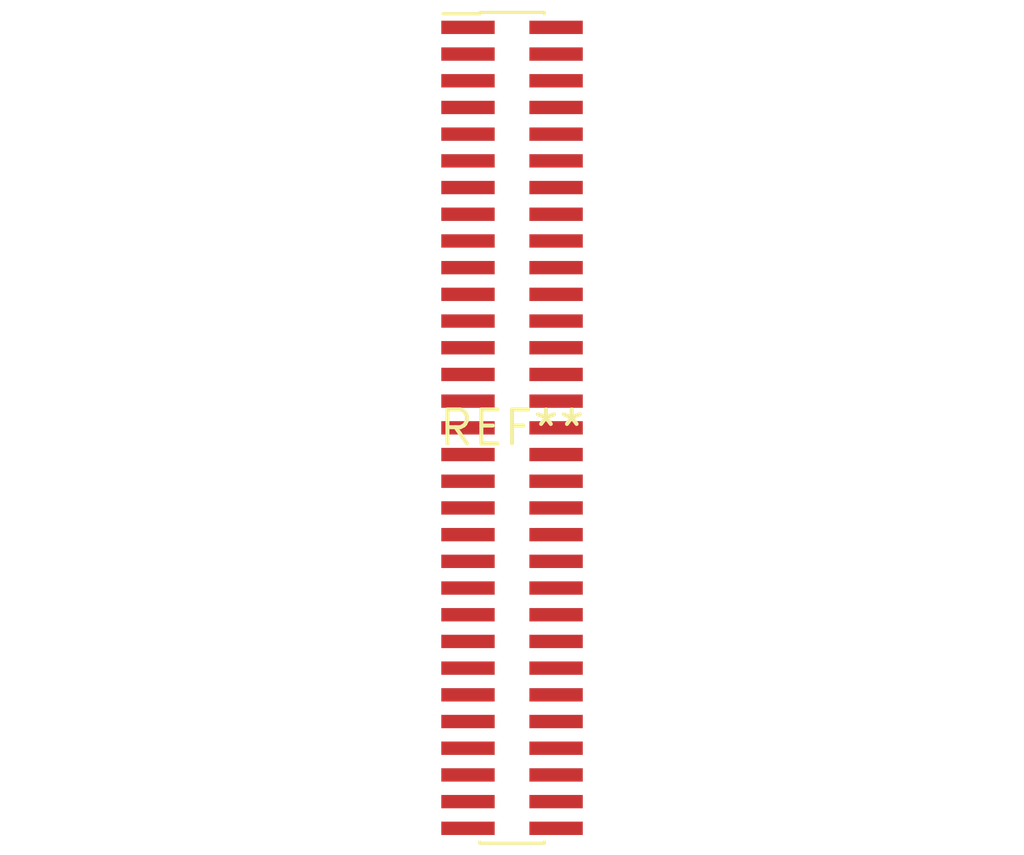
<source format=kicad_pcb>
(kicad_pcb (version 20240108) (generator pcbnew)
  (layers (0 "F.Cu" signal) (31 "B.Cu" signal) (34 "B.Paste" user) (35 "F.Paste" user) (36 "B.SilkS" user "B.Silkscreen") (37 "F.SilkS" user "F.Silkscreen") (38 "B.Mask" user) (39 "F.Mask" user) (44 "Edge.Cuts" user))
  (net 0 "")
  (footprint "PinHeader_2x31_P1.00mm_Vertical_SMD" (layer "F.Cu") (at 0 0)
    (property "Reference" "REF**")
    (property "Value" "PinHeader_2x31_P1.00mm_Vertical_SMD")
    (fp_line (start -2.59 -15.51) (end -1.21 -15.51) (layer "F.SilkS") (stroke (width 0.12)))
    (fp_line (start -1.21 -15.56) (end -1.21 -15.51) (layer "F.SilkS") (stroke (width 0.12)))
    (fp_line (start -1.21 -15.56) (end 1.21 -15.56) (layer "F.SilkS") (stroke (width 0.12)))
    (fp_line (start -1.21 15.51) (end -1.21 15.56) (layer "F.SilkS") (stroke (width 0.12)))
    (fp_line (start -1.21 15.56) (end 1.21 15.56) (layer "F.SilkS") (stroke (width 0.12)))
    (fp_line (start 1.21 -15.56) (end 1.21 -15.51) (layer "F.SilkS") (stroke (width 0.12)))
    (fp_line (start 1.21 15.51) (end 1.21 15.56) (layer "F.SilkS") (stroke (width 0.12)))
    (pad "1" smd rect (at -1.65 -15) (size 2 0.5) (layers "F.Cu" "F.Paste" "F.Mask"))
    (pad "2" smd rect (at 1.65 -15) (size 2 0.5) (layers "F.Cu" "F.Paste" "F.Mask"))
    (pad "3" smd rect (at -1.65 -14) (size 2 0.5) (layers "F.Cu" "F.Paste" "F.Mask"))
    (pad "4" smd rect (at 1.65 -14) (size 2 0.5) (layers "F.Cu" "F.Paste" "F.Mask"))
    (pad "5" smd rect (at -1.65 -13) (size 2 0.5) (layers "F.Cu" "F.Paste" "F.Mask"))
    (pad "6" smd rect (at 1.65 -13) (size 2 0.5) (layers "F.Cu" "F.Paste" "F.Mask"))
    (pad "7" smd rect (at -1.65 -12) (size 2 0.5) (layers "F.Cu" "F.Paste" "F.Mask"))
    (pad "8" smd rect (at 1.65 -12) (size 2 0.5) (layers "F.Cu" "F.Paste" "F.Mask"))
    (pad "9" smd rect (at -1.65 -11) (size 2 0.5) (layers "F.Cu" "F.Paste" "F.Mask"))
    (pad "10" smd rect (at 1.65 -11) (size 2 0.5) (layers "F.Cu" "F.Paste" "F.Mask"))
    (pad "11" smd rect (at -1.65 -10) (size 2 0.5) (layers "F.Cu" "F.Paste" "F.Mask"))
    (pad "12" smd rect (at 1.65 -10) (size 2 0.5) (layers "F.Cu" "F.Paste" "F.Mask"))
    (pad "13" smd rect (at -1.65 -9) (size 2 0.5) (layers "F.Cu" "F.Paste" "F.Mask"))
    (pad "14" smd rect (at 1.65 -9) (size 2 0.5) (layers "F.Cu" "F.Paste" "F.Mask"))
    (pad "15" smd rect (at -1.65 -8) (size 2 0.5) (layers "F.Cu" "F.Paste" "F.Mask"))
    (pad "16" smd rect (at 1.65 -8) (size 2 0.5) (layers "F.Cu" "F.Paste" "F.Mask"))
    (pad "17" smd rect (at -1.65 -7) (size 2 0.5) (layers "F.Cu" "F.Paste" "F.Mask"))
    (pad "18" smd rect (at 1.65 -7) (size 2 0.5) (layers "F.Cu" "F.Paste" "F.Mask"))
    (pad "19" smd rect (at -1.65 -6) (size 2 0.5) (layers "F.Cu" "F.Paste" "F.Mask"))
    (pad "20" smd rect (at 1.65 -6) (size 2 0.5) (layers "F.Cu" "F.Paste" "F.Mask"))
    (pad "21" smd rect (at -1.65 -5) (size 2 0.5) (layers "F.Cu" "F.Paste" "F.Mask"))
    (pad "22" smd rect (at 1.65 -5) (size 2 0.5) (layers "F.Cu" "F.Paste" "F.Mask"))
    (pad "23" smd rect (at -1.65 -4) (size 2 0.5) (layers "F.Cu" "F.Paste" "F.Mask"))
    (pad "24" smd rect (at 1.65 -4) (size 2 0.5) (layers "F.Cu" "F.Paste" "F.Mask"))
    (pad "25" smd rect (at -1.65 -3) (size 2 0.5) (layers "F.Cu" "F.Paste" "F.Mask"))
    (pad "26" smd rect (at 1.65 -3) (size 2 0.5) (layers "F.Cu" "F.Paste" "F.Mask"))
    (pad "27" smd rect (at -1.65 -2) (size 2 0.5) (layers "F.Cu" "F.Paste" "F.Mask"))
    (pad "28" smd rect (at 1.65 -2) (size 2 0.5) (layers "F.Cu" "F.Paste" "F.Mask"))
    (pad "29" smd rect (at -1.65 -1) (size 2 0.5) (layers "F.Cu" "F.Paste" "F.Mask"))
    (pad "30" smd rect (at 1.65 -1) (size 2 0.5) (layers "F.Cu" "F.Paste" "F.Mask"))
    (pad "31" smd rect (at -1.65 0) (size 2 0.5) (layers "F.Cu" "F.Paste" "F.Mask"))
    (pad "32" smd rect (at 1.65 0) (size 2 0.5) (layers "F.Cu" "F.Paste" "F.Mask"))
    (pad "33" smd rect (at -1.65 1) (size 2 0.5) (layers "F.Cu" "F.Paste" "F.Mask"))
    (pad "34" smd rect (at 1.65 1) (size 2 0.5) (layers "F.Cu" "F.Paste" "F.Mask"))
    (pad "35" smd rect (at -1.65 2) (size 2 0.5) (layers "F.Cu" "F.Paste" "F.Mask"))
    (pad "36" smd rect (at 1.65 2) (size 2 0.5) (layers "F.Cu" "F.Paste" "F.Mask"))
    (pad "37" smd rect (at -1.65 3) (size 2 0.5) (layers "F.Cu" "F.Paste" "F.Mask"))
    (pad "38" smd rect (at 1.65 3) (size 2 0.5) (layers "F.Cu" "F.Paste" "F.Mask"))
    (pad "39" smd rect (at -1.65 4) (size 2 0.5) (layers "F.Cu" "F.Paste" "F.Mask"))
    (pad "40" smd rect (at 1.65 4) (size 2 0.5) (layers "F.Cu" "F.Paste" "F.Mask"))
    (pad "41" smd rect (at -1.65 5) (size 2 0.5) (layers "F.Cu" "F.Paste" "F.Mask"))
    (pad "42" smd rect (at 1.65 5) (size 2 0.5) (layers "F.Cu" "F.Paste" "F.Mask"))
    (pad "43" smd rect (at -1.65 6) (size 2 0.5) (layers "F.Cu" "F.Paste" "F.Mask"))
    (pad "44" smd rect (at 1.65 6) (size 2 0.5) (layers "F.Cu" "F.Paste" "F.Mask"))
    (pad "45" smd rect (at -1.65 7) (size 2 0.5) (layers "F.Cu" "F.Paste" "F.Mask"))
    (pad "46" smd rect (at 1.65 7) (size 2 0.5) (layers "F.Cu" "F.Paste" "F.Mask"))
    (pad "47" smd rect (at -1.65 8) (size 2 0.5) (layers "F.Cu" "F.Paste" "F.Mask"))
    (pad "48" smd rect (at 1.65 8) (size 2 0.5) (layers "F.Cu" "F.Paste" "F.Mask"))
    (pad "49" smd rect (at -1.65 9) (size 2 0.5) (layers "F.Cu" "F.Paste" "F.Mask"))
    (pad "50" smd rect (at 1.65 9) (size 2 0.5) (layers "F.Cu" "F.Paste" "F.Mask"))
    (pad "51" smd rect (at -1.65 10) (size 2 0.5) (layers "F.Cu" "F.Paste" "F.Mask"))
    (pad "52" smd rect (at 1.65 10) (size 2 0.5) (layers "F.Cu" "F.Paste" "F.Mask"))
    (pad "53" smd rect (at -1.65 11) (size 2 0.5) (layers "F.Cu" "F.Paste" "F.Mask"))
    (pad "54" smd rect (at 1.65 11) (size 2 0.5) (layers "F.Cu" "F.Paste" "F.Mask"))
    (pad "55" smd rect (at -1.65 12) (size 2 0.5) (layers "F.Cu" "F.Paste" "F.Mask"))
    (pad "56" smd rect (at 1.65 12) (size 2 0.5) (layers "F.Cu" "F.Paste" "F.Mask"))
    (pad "57" smd rect (at -1.65 13) (size 2 0.5) (layers "F.Cu" "F.Paste" "F.Mask"))
    (pad "58" smd rect (at 1.65 13) (size 2 0.5) (layers "F.Cu" "F.Paste" "F.Mask"))
    (pad "59" smd rect (at -1.65 14) (size 2 0.5) (layers "F.Cu" "F.Paste" "F.Mask"))
    (pad "60" smd rect (at 1.65 14) (size 2 0.5) (layers "F.Cu" "F.Paste" "F.Mask"))
    (pad "61" smd rect (at -1.65 15) (size 2 0.5) (layers "F.Cu" "F.Paste" "F.Mask"))
    (pad "62" smd rect (at 1.65 15) (size 2 0.5) (layers "F.Cu" "F.Paste" "F.Mask"))
  )
)
</source>
